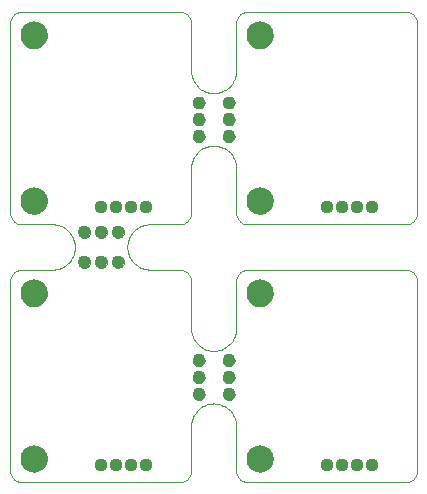
<source format=gbs>
G75*
%MOIN*%
%OFA0B0*%
%FSLAX24Y24*%
%IPPOS*%
%LPD*%
%AMOC8*
5,1,8,0,0,1.08239X$1,22.5*
%
%ADD10C,0.0000*%
%ADD11C,0.0906*%
%ADD12C,0.0434*%
%ADD13C,0.0437*%
D10*
X003149Y002980D02*
X003149Y009279D01*
X003148Y009279D02*
X003150Y009318D01*
X003156Y009356D01*
X003165Y009393D01*
X003178Y009430D01*
X003195Y009465D01*
X003214Y009498D01*
X003237Y009529D01*
X003263Y009558D01*
X003292Y009584D01*
X003323Y009607D01*
X003356Y009626D01*
X003391Y009643D01*
X003428Y009656D01*
X003465Y009665D01*
X003503Y009671D01*
X003542Y009673D01*
X003540Y009670D02*
X004560Y009670D01*
X004565Y009670D02*
X004618Y009673D01*
X004672Y009679D01*
X004724Y009689D01*
X004776Y009703D01*
X004826Y009721D01*
X004876Y009742D01*
X004923Y009767D01*
X004969Y009795D01*
X005012Y009826D01*
X005054Y009860D01*
X005092Y009897D01*
X005128Y009936D01*
X005161Y009979D01*
X005191Y010023D01*
X005218Y010069D01*
X005241Y010118D01*
X005261Y010167D01*
X005277Y010218D01*
X005290Y010270D01*
X005299Y010323D01*
X005304Y010376D01*
X005305Y010430D01*
X005421Y010930D02*
X005423Y010957D01*
X005429Y010984D01*
X005438Y011010D01*
X005451Y011034D01*
X005467Y011057D01*
X005486Y011076D01*
X005508Y011093D01*
X005532Y011107D01*
X005557Y011117D01*
X005584Y011124D01*
X005611Y011127D01*
X005639Y011126D01*
X005666Y011121D01*
X005692Y011113D01*
X005716Y011101D01*
X005739Y011085D01*
X005760Y011067D01*
X005777Y011046D01*
X005792Y011022D01*
X005803Y010997D01*
X005811Y010971D01*
X005815Y010944D01*
X005815Y010916D01*
X005811Y010889D01*
X005803Y010863D01*
X005792Y010838D01*
X005777Y010814D01*
X005760Y010793D01*
X005739Y010775D01*
X005717Y010759D01*
X005692Y010747D01*
X005666Y010739D01*
X005639Y010734D01*
X005611Y010733D01*
X005584Y010736D01*
X005557Y010743D01*
X005532Y010753D01*
X005508Y010767D01*
X005486Y010784D01*
X005467Y010803D01*
X005451Y010826D01*
X005438Y010850D01*
X005429Y010876D01*
X005423Y010903D01*
X005421Y010930D01*
X005983Y010930D02*
X005985Y010957D01*
X005991Y010984D01*
X006000Y011010D01*
X006013Y011034D01*
X006029Y011057D01*
X006048Y011076D01*
X006070Y011093D01*
X006094Y011107D01*
X006119Y011117D01*
X006146Y011124D01*
X006173Y011127D01*
X006201Y011126D01*
X006228Y011121D01*
X006254Y011113D01*
X006278Y011101D01*
X006301Y011085D01*
X006322Y011067D01*
X006339Y011046D01*
X006354Y011022D01*
X006365Y010997D01*
X006373Y010971D01*
X006377Y010944D01*
X006377Y010916D01*
X006373Y010889D01*
X006365Y010863D01*
X006354Y010838D01*
X006339Y010814D01*
X006322Y010793D01*
X006301Y010775D01*
X006279Y010759D01*
X006254Y010747D01*
X006228Y010739D01*
X006201Y010734D01*
X006173Y010733D01*
X006146Y010736D01*
X006119Y010743D01*
X006094Y010753D01*
X006070Y010767D01*
X006048Y010784D01*
X006029Y010803D01*
X006013Y010826D01*
X006000Y010850D01*
X005991Y010876D01*
X005985Y010903D01*
X005983Y010930D01*
X006546Y010930D02*
X006548Y010957D01*
X006554Y010984D01*
X006563Y011010D01*
X006576Y011034D01*
X006592Y011057D01*
X006611Y011076D01*
X006633Y011093D01*
X006657Y011107D01*
X006682Y011117D01*
X006709Y011124D01*
X006736Y011127D01*
X006764Y011126D01*
X006791Y011121D01*
X006817Y011113D01*
X006841Y011101D01*
X006864Y011085D01*
X006885Y011067D01*
X006902Y011046D01*
X006917Y011022D01*
X006928Y010997D01*
X006936Y010971D01*
X006940Y010944D01*
X006940Y010916D01*
X006936Y010889D01*
X006928Y010863D01*
X006917Y010838D01*
X006902Y010814D01*
X006885Y010793D01*
X006864Y010775D01*
X006842Y010759D01*
X006817Y010747D01*
X006791Y010739D01*
X006764Y010734D01*
X006736Y010733D01*
X006709Y010736D01*
X006682Y010743D01*
X006657Y010753D01*
X006633Y010767D01*
X006611Y010784D01*
X006592Y010803D01*
X006576Y010826D01*
X006563Y010850D01*
X006554Y010876D01*
X006548Y010903D01*
X006546Y010930D01*
X006546Y009930D02*
X006548Y009957D01*
X006554Y009984D01*
X006563Y010010D01*
X006576Y010034D01*
X006592Y010057D01*
X006611Y010076D01*
X006633Y010093D01*
X006657Y010107D01*
X006682Y010117D01*
X006709Y010124D01*
X006736Y010127D01*
X006764Y010126D01*
X006791Y010121D01*
X006817Y010113D01*
X006841Y010101D01*
X006864Y010085D01*
X006885Y010067D01*
X006902Y010046D01*
X006917Y010022D01*
X006928Y009997D01*
X006936Y009971D01*
X006940Y009944D01*
X006940Y009916D01*
X006936Y009889D01*
X006928Y009863D01*
X006917Y009838D01*
X006902Y009814D01*
X006885Y009793D01*
X006864Y009775D01*
X006842Y009759D01*
X006817Y009747D01*
X006791Y009739D01*
X006764Y009734D01*
X006736Y009733D01*
X006709Y009736D01*
X006682Y009743D01*
X006657Y009753D01*
X006633Y009767D01*
X006611Y009784D01*
X006592Y009803D01*
X006576Y009826D01*
X006563Y009850D01*
X006554Y009876D01*
X006548Y009903D01*
X006546Y009930D01*
X005983Y009930D02*
X005985Y009957D01*
X005991Y009984D01*
X006000Y010010D01*
X006013Y010034D01*
X006029Y010057D01*
X006048Y010076D01*
X006070Y010093D01*
X006094Y010107D01*
X006119Y010117D01*
X006146Y010124D01*
X006173Y010127D01*
X006201Y010126D01*
X006228Y010121D01*
X006254Y010113D01*
X006278Y010101D01*
X006301Y010085D01*
X006322Y010067D01*
X006339Y010046D01*
X006354Y010022D01*
X006365Y009997D01*
X006373Y009971D01*
X006377Y009944D01*
X006377Y009916D01*
X006373Y009889D01*
X006365Y009863D01*
X006354Y009838D01*
X006339Y009814D01*
X006322Y009793D01*
X006301Y009775D01*
X006279Y009759D01*
X006254Y009747D01*
X006228Y009739D01*
X006201Y009734D01*
X006173Y009733D01*
X006146Y009736D01*
X006119Y009743D01*
X006094Y009753D01*
X006070Y009767D01*
X006048Y009784D01*
X006029Y009803D01*
X006013Y009826D01*
X006000Y009850D01*
X005991Y009876D01*
X005985Y009903D01*
X005983Y009930D01*
X005421Y009930D02*
X005423Y009957D01*
X005429Y009984D01*
X005438Y010010D01*
X005451Y010034D01*
X005467Y010057D01*
X005486Y010076D01*
X005508Y010093D01*
X005532Y010107D01*
X005557Y010117D01*
X005584Y010124D01*
X005611Y010127D01*
X005639Y010126D01*
X005666Y010121D01*
X005692Y010113D01*
X005716Y010101D01*
X005739Y010085D01*
X005760Y010067D01*
X005777Y010046D01*
X005792Y010022D01*
X005803Y009997D01*
X005811Y009971D01*
X005815Y009944D01*
X005815Y009916D01*
X005811Y009889D01*
X005803Y009863D01*
X005792Y009838D01*
X005777Y009814D01*
X005760Y009793D01*
X005739Y009775D01*
X005717Y009759D01*
X005692Y009747D01*
X005666Y009739D01*
X005639Y009734D01*
X005611Y009733D01*
X005584Y009736D01*
X005557Y009743D01*
X005532Y009753D01*
X005508Y009767D01*
X005486Y009784D01*
X005467Y009803D01*
X005451Y009826D01*
X005438Y009850D01*
X005429Y009876D01*
X005423Y009903D01*
X005421Y009930D01*
X005305Y010430D02*
X005303Y010484D01*
X005297Y010537D01*
X005288Y010589D01*
X005275Y010641D01*
X005258Y010692D01*
X005237Y010742D01*
X005213Y010789D01*
X005186Y010835D01*
X005155Y010879D01*
X005122Y010921D01*
X005085Y010960D01*
X005046Y010997D01*
X005004Y011030D01*
X004960Y011061D01*
X004914Y011088D01*
X004867Y011112D01*
X004817Y011133D01*
X004766Y011150D01*
X004714Y011163D01*
X004662Y011172D01*
X004609Y011178D01*
X004555Y011180D01*
X004560Y011180D02*
X003540Y011180D01*
X003542Y011180D02*
X003503Y011182D01*
X003465Y011188D01*
X003428Y011197D01*
X003391Y011210D01*
X003356Y011227D01*
X003323Y011246D01*
X003292Y011269D01*
X003263Y011295D01*
X003237Y011324D01*
X003214Y011355D01*
X003195Y011388D01*
X003178Y011423D01*
X003165Y011460D01*
X003156Y011497D01*
X003150Y011535D01*
X003148Y011574D01*
X003149Y011574D02*
X003149Y017873D01*
X003148Y017873D02*
X003150Y017912D01*
X003156Y017950D01*
X003165Y017987D01*
X003178Y018024D01*
X003195Y018059D01*
X003214Y018092D01*
X003237Y018123D01*
X003263Y018152D01*
X003292Y018178D01*
X003323Y018201D01*
X003356Y018220D01*
X003391Y018237D01*
X003428Y018250D01*
X003465Y018259D01*
X003503Y018265D01*
X003542Y018267D01*
X008786Y018267D01*
X008825Y018265D01*
X008863Y018259D01*
X008900Y018250D01*
X008937Y018237D01*
X008972Y018220D01*
X009005Y018201D01*
X009036Y018178D01*
X009065Y018152D01*
X009091Y018123D01*
X009114Y018092D01*
X009133Y018059D01*
X009150Y018024D01*
X009163Y017987D01*
X009172Y017950D01*
X009178Y017912D01*
X009180Y017873D01*
X009180Y017868D02*
X009180Y016305D01*
X009182Y016251D01*
X009188Y016198D01*
X009197Y016146D01*
X009210Y016094D01*
X009227Y016043D01*
X009248Y015993D01*
X009272Y015946D01*
X009299Y015900D01*
X009330Y015856D01*
X009363Y015814D01*
X009400Y015775D01*
X009439Y015738D01*
X009481Y015705D01*
X009525Y015674D01*
X009571Y015647D01*
X009618Y015623D01*
X009668Y015602D01*
X009719Y015585D01*
X009771Y015572D01*
X009823Y015563D01*
X009876Y015557D01*
X009930Y015555D01*
X009233Y015243D02*
X009235Y015270D01*
X009241Y015297D01*
X009250Y015323D01*
X009263Y015347D01*
X009279Y015370D01*
X009298Y015389D01*
X009320Y015406D01*
X009344Y015420D01*
X009369Y015430D01*
X009396Y015437D01*
X009423Y015440D01*
X009451Y015439D01*
X009478Y015434D01*
X009504Y015426D01*
X009528Y015414D01*
X009551Y015398D01*
X009572Y015380D01*
X009589Y015359D01*
X009604Y015335D01*
X009615Y015310D01*
X009623Y015284D01*
X009627Y015257D01*
X009627Y015229D01*
X009623Y015202D01*
X009615Y015176D01*
X009604Y015151D01*
X009589Y015127D01*
X009572Y015106D01*
X009551Y015088D01*
X009529Y015072D01*
X009504Y015060D01*
X009478Y015052D01*
X009451Y015047D01*
X009423Y015046D01*
X009396Y015049D01*
X009369Y015056D01*
X009344Y015066D01*
X009320Y015080D01*
X009298Y015097D01*
X009279Y015116D01*
X009263Y015139D01*
X009250Y015163D01*
X009241Y015189D01*
X009235Y015216D01*
X009233Y015243D01*
X009233Y014680D02*
X009235Y014707D01*
X009241Y014734D01*
X009250Y014760D01*
X009263Y014784D01*
X009279Y014807D01*
X009298Y014826D01*
X009320Y014843D01*
X009344Y014857D01*
X009369Y014867D01*
X009396Y014874D01*
X009423Y014877D01*
X009451Y014876D01*
X009478Y014871D01*
X009504Y014863D01*
X009528Y014851D01*
X009551Y014835D01*
X009572Y014817D01*
X009589Y014796D01*
X009604Y014772D01*
X009615Y014747D01*
X009623Y014721D01*
X009627Y014694D01*
X009627Y014666D01*
X009623Y014639D01*
X009615Y014613D01*
X009604Y014588D01*
X009589Y014564D01*
X009572Y014543D01*
X009551Y014525D01*
X009529Y014509D01*
X009504Y014497D01*
X009478Y014489D01*
X009451Y014484D01*
X009423Y014483D01*
X009396Y014486D01*
X009369Y014493D01*
X009344Y014503D01*
X009320Y014517D01*
X009298Y014534D01*
X009279Y014553D01*
X009263Y014576D01*
X009250Y014600D01*
X009241Y014626D01*
X009235Y014653D01*
X009233Y014680D01*
X009233Y014118D02*
X009235Y014145D01*
X009241Y014172D01*
X009250Y014198D01*
X009263Y014222D01*
X009279Y014245D01*
X009298Y014264D01*
X009320Y014281D01*
X009344Y014295D01*
X009369Y014305D01*
X009396Y014312D01*
X009423Y014315D01*
X009451Y014314D01*
X009478Y014309D01*
X009504Y014301D01*
X009528Y014289D01*
X009551Y014273D01*
X009572Y014255D01*
X009589Y014234D01*
X009604Y014210D01*
X009615Y014185D01*
X009623Y014159D01*
X009627Y014132D01*
X009627Y014104D01*
X009623Y014077D01*
X009615Y014051D01*
X009604Y014026D01*
X009589Y014002D01*
X009572Y013981D01*
X009551Y013963D01*
X009529Y013947D01*
X009504Y013935D01*
X009478Y013927D01*
X009451Y013922D01*
X009423Y013921D01*
X009396Y013924D01*
X009369Y013931D01*
X009344Y013941D01*
X009320Y013955D01*
X009298Y013972D01*
X009279Y013991D01*
X009263Y014014D01*
X009250Y014038D01*
X009241Y014064D01*
X009235Y014091D01*
X009233Y014118D01*
X009180Y013055D02*
X009180Y011555D01*
X009180Y011574D02*
X009178Y011535D01*
X009172Y011497D01*
X009163Y011460D01*
X009150Y011423D01*
X009133Y011388D01*
X009114Y011355D01*
X009091Y011324D01*
X009065Y011295D01*
X009036Y011269D01*
X009005Y011246D01*
X008972Y011227D01*
X008937Y011210D01*
X008900Y011197D01*
X008863Y011188D01*
X008825Y011182D01*
X008786Y011180D01*
X008790Y011180D02*
X007800Y011180D01*
X007805Y011180D02*
X007751Y011178D01*
X007698Y011172D01*
X007646Y011163D01*
X007594Y011150D01*
X007543Y011133D01*
X007493Y011112D01*
X007446Y011088D01*
X007400Y011061D01*
X007356Y011030D01*
X007314Y010997D01*
X007275Y010960D01*
X007238Y010921D01*
X007205Y010879D01*
X007174Y010835D01*
X007147Y010789D01*
X007123Y010742D01*
X007102Y010692D01*
X007085Y010641D01*
X007072Y010589D01*
X007063Y010537D01*
X007057Y010484D01*
X007055Y010430D01*
X007057Y010376D01*
X007063Y010322D01*
X007072Y010268D01*
X007086Y010216D01*
X007103Y010164D01*
X007124Y010114D01*
X007148Y010066D01*
X007176Y010019D01*
X007207Y009975D01*
X007241Y009932D01*
X007278Y009893D01*
X007317Y009856D01*
X007360Y009822D01*
X007404Y009791D01*
X007451Y009763D01*
X007499Y009739D01*
X007549Y009718D01*
X007601Y009701D01*
X007653Y009687D01*
X007707Y009678D01*
X007761Y009672D01*
X007815Y009670D01*
X008790Y009670D01*
X008786Y009673D02*
X008825Y009671D01*
X008863Y009665D01*
X008900Y009656D01*
X008937Y009643D01*
X008972Y009626D01*
X009005Y009607D01*
X009036Y009584D01*
X009065Y009558D01*
X009091Y009529D01*
X009114Y009498D01*
X009133Y009465D01*
X009150Y009430D01*
X009163Y009393D01*
X009172Y009356D01*
X009178Y009318D01*
X009180Y009279D01*
X009180Y009274D02*
X009180Y007711D01*
X009182Y007657D01*
X009188Y007604D01*
X009197Y007552D01*
X009210Y007500D01*
X009227Y007449D01*
X009248Y007399D01*
X009272Y007352D01*
X009299Y007306D01*
X009330Y007262D01*
X009363Y007220D01*
X009400Y007181D01*
X009439Y007144D01*
X009481Y007111D01*
X009525Y007080D01*
X009571Y007053D01*
X009618Y007029D01*
X009668Y007008D01*
X009719Y006991D01*
X009771Y006978D01*
X009823Y006969D01*
X009876Y006963D01*
X009930Y006961D01*
X009233Y006649D02*
X009235Y006676D01*
X009241Y006703D01*
X009250Y006729D01*
X009263Y006753D01*
X009279Y006776D01*
X009298Y006795D01*
X009320Y006812D01*
X009344Y006826D01*
X009369Y006836D01*
X009396Y006843D01*
X009423Y006846D01*
X009451Y006845D01*
X009478Y006840D01*
X009504Y006832D01*
X009528Y006820D01*
X009551Y006804D01*
X009572Y006786D01*
X009589Y006765D01*
X009604Y006741D01*
X009615Y006716D01*
X009623Y006690D01*
X009627Y006663D01*
X009627Y006635D01*
X009623Y006608D01*
X009615Y006582D01*
X009604Y006557D01*
X009589Y006533D01*
X009572Y006512D01*
X009551Y006494D01*
X009529Y006478D01*
X009504Y006466D01*
X009478Y006458D01*
X009451Y006453D01*
X009423Y006452D01*
X009396Y006455D01*
X009369Y006462D01*
X009344Y006472D01*
X009320Y006486D01*
X009298Y006503D01*
X009279Y006522D01*
X009263Y006545D01*
X009250Y006569D01*
X009241Y006595D01*
X009235Y006622D01*
X009233Y006649D01*
X009233Y006086D02*
X009235Y006113D01*
X009241Y006140D01*
X009250Y006166D01*
X009263Y006190D01*
X009279Y006213D01*
X009298Y006232D01*
X009320Y006249D01*
X009344Y006263D01*
X009369Y006273D01*
X009396Y006280D01*
X009423Y006283D01*
X009451Y006282D01*
X009478Y006277D01*
X009504Y006269D01*
X009528Y006257D01*
X009551Y006241D01*
X009572Y006223D01*
X009589Y006202D01*
X009604Y006178D01*
X009615Y006153D01*
X009623Y006127D01*
X009627Y006100D01*
X009627Y006072D01*
X009623Y006045D01*
X009615Y006019D01*
X009604Y005994D01*
X009589Y005970D01*
X009572Y005949D01*
X009551Y005931D01*
X009529Y005915D01*
X009504Y005903D01*
X009478Y005895D01*
X009451Y005890D01*
X009423Y005889D01*
X009396Y005892D01*
X009369Y005899D01*
X009344Y005909D01*
X009320Y005923D01*
X009298Y005940D01*
X009279Y005959D01*
X009263Y005982D01*
X009250Y006006D01*
X009241Y006032D01*
X009235Y006059D01*
X009233Y006086D01*
X009233Y005524D02*
X009235Y005551D01*
X009241Y005578D01*
X009250Y005604D01*
X009263Y005628D01*
X009279Y005651D01*
X009298Y005670D01*
X009320Y005687D01*
X009344Y005701D01*
X009369Y005711D01*
X009396Y005718D01*
X009423Y005721D01*
X009451Y005720D01*
X009478Y005715D01*
X009504Y005707D01*
X009528Y005695D01*
X009551Y005679D01*
X009572Y005661D01*
X009589Y005640D01*
X009604Y005616D01*
X009615Y005591D01*
X009623Y005565D01*
X009627Y005538D01*
X009627Y005510D01*
X009623Y005483D01*
X009615Y005457D01*
X009604Y005432D01*
X009589Y005408D01*
X009572Y005387D01*
X009551Y005369D01*
X009529Y005353D01*
X009504Y005341D01*
X009478Y005333D01*
X009451Y005328D01*
X009423Y005327D01*
X009396Y005330D01*
X009369Y005337D01*
X009344Y005347D01*
X009320Y005361D01*
X009298Y005378D01*
X009279Y005397D01*
X009263Y005420D01*
X009250Y005444D01*
X009241Y005470D01*
X009235Y005497D01*
X009233Y005524D01*
X009180Y004461D02*
X009180Y002961D01*
X009180Y002980D02*
X009178Y002941D01*
X009172Y002903D01*
X009163Y002866D01*
X009150Y002829D01*
X009133Y002794D01*
X009114Y002761D01*
X009091Y002730D01*
X009065Y002701D01*
X009036Y002675D01*
X009005Y002652D01*
X008972Y002633D01*
X008937Y002616D01*
X008900Y002603D01*
X008863Y002594D01*
X008825Y002588D01*
X008786Y002586D01*
X003542Y002586D01*
X003503Y002588D01*
X003465Y002594D01*
X003428Y002603D01*
X003391Y002616D01*
X003356Y002633D01*
X003323Y002652D01*
X003292Y002675D01*
X003263Y002701D01*
X003237Y002730D01*
X003214Y002761D01*
X003195Y002794D01*
X003178Y002829D01*
X003165Y002866D01*
X003156Y002903D01*
X003150Y002941D01*
X003148Y002980D01*
X003503Y003374D02*
X003505Y003415D01*
X003511Y003456D01*
X003521Y003496D01*
X003534Y003535D01*
X003551Y003572D01*
X003572Y003608D01*
X003596Y003642D01*
X003623Y003673D01*
X003652Y003701D01*
X003685Y003727D01*
X003719Y003749D01*
X003756Y003768D01*
X003794Y003783D01*
X003834Y003795D01*
X003874Y003803D01*
X003915Y003807D01*
X003957Y003807D01*
X003998Y003803D01*
X004038Y003795D01*
X004078Y003783D01*
X004116Y003768D01*
X004152Y003749D01*
X004187Y003727D01*
X004220Y003701D01*
X004249Y003673D01*
X004276Y003642D01*
X004300Y003608D01*
X004321Y003572D01*
X004338Y003535D01*
X004351Y003496D01*
X004361Y003456D01*
X004367Y003415D01*
X004369Y003374D01*
X004367Y003333D01*
X004361Y003292D01*
X004351Y003252D01*
X004338Y003213D01*
X004321Y003176D01*
X004300Y003140D01*
X004276Y003106D01*
X004249Y003075D01*
X004220Y003047D01*
X004187Y003021D01*
X004153Y002999D01*
X004116Y002980D01*
X004078Y002965D01*
X004038Y002953D01*
X003998Y002945D01*
X003957Y002941D01*
X003915Y002941D01*
X003874Y002945D01*
X003834Y002953D01*
X003794Y002965D01*
X003756Y002980D01*
X003720Y002999D01*
X003685Y003021D01*
X003652Y003047D01*
X003623Y003075D01*
X003596Y003106D01*
X003572Y003140D01*
X003551Y003176D01*
X003534Y003213D01*
X003521Y003252D01*
X003511Y003292D01*
X003505Y003333D01*
X003503Y003374D01*
X003503Y008885D02*
X003505Y008926D01*
X003511Y008967D01*
X003521Y009007D01*
X003534Y009046D01*
X003551Y009083D01*
X003572Y009119D01*
X003596Y009153D01*
X003623Y009184D01*
X003652Y009212D01*
X003685Y009238D01*
X003719Y009260D01*
X003756Y009279D01*
X003794Y009294D01*
X003834Y009306D01*
X003874Y009314D01*
X003915Y009318D01*
X003957Y009318D01*
X003998Y009314D01*
X004038Y009306D01*
X004078Y009294D01*
X004116Y009279D01*
X004152Y009260D01*
X004187Y009238D01*
X004220Y009212D01*
X004249Y009184D01*
X004276Y009153D01*
X004300Y009119D01*
X004321Y009083D01*
X004338Y009046D01*
X004351Y009007D01*
X004361Y008967D01*
X004367Y008926D01*
X004369Y008885D01*
X004367Y008844D01*
X004361Y008803D01*
X004351Y008763D01*
X004338Y008724D01*
X004321Y008687D01*
X004300Y008651D01*
X004276Y008617D01*
X004249Y008586D01*
X004220Y008558D01*
X004187Y008532D01*
X004153Y008510D01*
X004116Y008491D01*
X004078Y008476D01*
X004038Y008464D01*
X003998Y008456D01*
X003957Y008452D01*
X003915Y008452D01*
X003874Y008456D01*
X003834Y008464D01*
X003794Y008476D01*
X003756Y008491D01*
X003720Y008510D01*
X003685Y008532D01*
X003652Y008558D01*
X003623Y008586D01*
X003596Y008617D01*
X003572Y008651D01*
X003551Y008687D01*
X003534Y008724D01*
X003521Y008763D01*
X003511Y008803D01*
X003505Y008844D01*
X003503Y008885D01*
X003503Y011967D02*
X003505Y012008D01*
X003511Y012049D01*
X003521Y012089D01*
X003534Y012128D01*
X003551Y012165D01*
X003572Y012201D01*
X003596Y012235D01*
X003623Y012266D01*
X003652Y012294D01*
X003685Y012320D01*
X003719Y012342D01*
X003756Y012361D01*
X003794Y012376D01*
X003834Y012388D01*
X003874Y012396D01*
X003915Y012400D01*
X003957Y012400D01*
X003998Y012396D01*
X004038Y012388D01*
X004078Y012376D01*
X004116Y012361D01*
X004152Y012342D01*
X004187Y012320D01*
X004220Y012294D01*
X004249Y012266D01*
X004276Y012235D01*
X004300Y012201D01*
X004321Y012165D01*
X004338Y012128D01*
X004351Y012089D01*
X004361Y012049D01*
X004367Y012008D01*
X004369Y011967D01*
X004367Y011926D01*
X004361Y011885D01*
X004351Y011845D01*
X004338Y011806D01*
X004321Y011769D01*
X004300Y011733D01*
X004276Y011699D01*
X004249Y011668D01*
X004220Y011640D01*
X004187Y011614D01*
X004153Y011592D01*
X004116Y011573D01*
X004078Y011558D01*
X004038Y011546D01*
X003998Y011538D01*
X003957Y011534D01*
X003915Y011534D01*
X003874Y011538D01*
X003834Y011546D01*
X003794Y011558D01*
X003756Y011573D01*
X003720Y011592D01*
X003685Y011614D01*
X003652Y011640D01*
X003623Y011668D01*
X003596Y011699D01*
X003572Y011733D01*
X003551Y011769D01*
X003534Y011806D01*
X003521Y011845D01*
X003511Y011885D01*
X003505Y011926D01*
X003503Y011967D01*
X007810Y009670D02*
X007815Y009670D01*
X009930Y006961D02*
X009984Y006963D01*
X010037Y006969D01*
X010089Y006978D01*
X010141Y006991D01*
X010192Y007008D01*
X010242Y007029D01*
X010289Y007053D01*
X010335Y007080D01*
X010379Y007111D01*
X010421Y007144D01*
X010460Y007181D01*
X010497Y007220D01*
X010530Y007262D01*
X010561Y007306D01*
X010588Y007352D01*
X010612Y007399D01*
X010633Y007449D01*
X010650Y007500D01*
X010663Y007552D01*
X010672Y007604D01*
X010678Y007657D01*
X010680Y007711D01*
X010680Y009279D01*
X010682Y009318D01*
X010688Y009356D01*
X010697Y009393D01*
X010710Y009430D01*
X010727Y009465D01*
X010746Y009498D01*
X010769Y009529D01*
X010795Y009558D01*
X010824Y009584D01*
X010855Y009607D01*
X010888Y009626D01*
X010923Y009643D01*
X010960Y009656D01*
X010997Y009665D01*
X011035Y009671D01*
X011074Y009673D01*
X016317Y009673D01*
X016356Y009671D01*
X016394Y009665D01*
X016431Y009656D01*
X016468Y009643D01*
X016503Y009626D01*
X016536Y009607D01*
X016567Y009584D01*
X016596Y009558D01*
X016622Y009529D01*
X016645Y009498D01*
X016664Y009465D01*
X016681Y009430D01*
X016694Y009393D01*
X016703Y009356D01*
X016709Y009318D01*
X016711Y009279D01*
X016711Y002980D01*
X016709Y002941D01*
X016703Y002903D01*
X016694Y002866D01*
X016681Y002829D01*
X016664Y002794D01*
X016645Y002761D01*
X016622Y002730D01*
X016596Y002701D01*
X016567Y002675D01*
X016536Y002652D01*
X016503Y002633D01*
X016468Y002616D01*
X016431Y002603D01*
X016394Y002594D01*
X016356Y002588D01*
X016317Y002586D01*
X011074Y002586D01*
X011035Y002588D01*
X010997Y002594D01*
X010960Y002603D01*
X010923Y002616D01*
X010888Y002633D01*
X010855Y002652D01*
X010824Y002675D01*
X010795Y002701D01*
X010769Y002730D01*
X010746Y002761D01*
X010727Y002794D01*
X010710Y002829D01*
X010697Y002866D01*
X010688Y002903D01*
X010682Y002941D01*
X010680Y002980D01*
X010680Y004461D01*
X009930Y005211D02*
X009876Y005209D01*
X009823Y005203D01*
X009771Y005194D01*
X009719Y005181D01*
X009668Y005164D01*
X009618Y005143D01*
X009571Y005119D01*
X009525Y005092D01*
X009481Y005061D01*
X009439Y005028D01*
X009400Y004991D01*
X009363Y004952D01*
X009330Y004910D01*
X009299Y004866D01*
X009272Y004820D01*
X009248Y004773D01*
X009227Y004723D01*
X009210Y004672D01*
X009197Y004620D01*
X009188Y004568D01*
X009182Y004515D01*
X009180Y004461D01*
X009930Y005211D02*
X009984Y005209D01*
X010037Y005203D01*
X010089Y005194D01*
X010141Y005181D01*
X010192Y005164D01*
X010242Y005143D01*
X010289Y005119D01*
X010335Y005092D01*
X010379Y005061D01*
X010421Y005028D01*
X010460Y004991D01*
X010497Y004952D01*
X010530Y004910D01*
X010561Y004866D01*
X010588Y004820D01*
X010612Y004773D01*
X010633Y004723D01*
X010650Y004672D01*
X010663Y004620D01*
X010672Y004568D01*
X010678Y004515D01*
X010680Y004461D01*
X010233Y005524D02*
X010235Y005551D01*
X010241Y005578D01*
X010250Y005604D01*
X010263Y005628D01*
X010279Y005651D01*
X010298Y005670D01*
X010320Y005687D01*
X010344Y005701D01*
X010369Y005711D01*
X010396Y005718D01*
X010423Y005721D01*
X010451Y005720D01*
X010478Y005715D01*
X010504Y005707D01*
X010528Y005695D01*
X010551Y005679D01*
X010572Y005661D01*
X010589Y005640D01*
X010604Y005616D01*
X010615Y005591D01*
X010623Y005565D01*
X010627Y005538D01*
X010627Y005510D01*
X010623Y005483D01*
X010615Y005457D01*
X010604Y005432D01*
X010589Y005408D01*
X010572Y005387D01*
X010551Y005369D01*
X010529Y005353D01*
X010504Y005341D01*
X010478Y005333D01*
X010451Y005328D01*
X010423Y005327D01*
X010396Y005330D01*
X010369Y005337D01*
X010344Y005347D01*
X010320Y005361D01*
X010298Y005378D01*
X010279Y005397D01*
X010263Y005420D01*
X010250Y005444D01*
X010241Y005470D01*
X010235Y005497D01*
X010233Y005524D01*
X010233Y006086D02*
X010235Y006113D01*
X010241Y006140D01*
X010250Y006166D01*
X010263Y006190D01*
X010279Y006213D01*
X010298Y006232D01*
X010320Y006249D01*
X010344Y006263D01*
X010369Y006273D01*
X010396Y006280D01*
X010423Y006283D01*
X010451Y006282D01*
X010478Y006277D01*
X010504Y006269D01*
X010528Y006257D01*
X010551Y006241D01*
X010572Y006223D01*
X010589Y006202D01*
X010604Y006178D01*
X010615Y006153D01*
X010623Y006127D01*
X010627Y006100D01*
X010627Y006072D01*
X010623Y006045D01*
X010615Y006019D01*
X010604Y005994D01*
X010589Y005970D01*
X010572Y005949D01*
X010551Y005931D01*
X010529Y005915D01*
X010504Y005903D01*
X010478Y005895D01*
X010451Y005890D01*
X010423Y005889D01*
X010396Y005892D01*
X010369Y005899D01*
X010344Y005909D01*
X010320Y005923D01*
X010298Y005940D01*
X010279Y005959D01*
X010263Y005982D01*
X010250Y006006D01*
X010241Y006032D01*
X010235Y006059D01*
X010233Y006086D01*
X010233Y006649D02*
X010235Y006676D01*
X010241Y006703D01*
X010250Y006729D01*
X010263Y006753D01*
X010279Y006776D01*
X010298Y006795D01*
X010320Y006812D01*
X010344Y006826D01*
X010369Y006836D01*
X010396Y006843D01*
X010423Y006846D01*
X010451Y006845D01*
X010478Y006840D01*
X010504Y006832D01*
X010528Y006820D01*
X010551Y006804D01*
X010572Y006786D01*
X010589Y006765D01*
X010604Y006741D01*
X010615Y006716D01*
X010623Y006690D01*
X010627Y006663D01*
X010627Y006635D01*
X010623Y006608D01*
X010615Y006582D01*
X010604Y006557D01*
X010589Y006533D01*
X010572Y006512D01*
X010551Y006494D01*
X010529Y006478D01*
X010504Y006466D01*
X010478Y006458D01*
X010451Y006453D01*
X010423Y006452D01*
X010396Y006455D01*
X010369Y006462D01*
X010344Y006472D01*
X010320Y006486D01*
X010298Y006503D01*
X010279Y006522D01*
X010263Y006545D01*
X010250Y006569D01*
X010241Y006595D01*
X010235Y006622D01*
X010233Y006649D01*
X011034Y008885D02*
X011036Y008926D01*
X011042Y008967D01*
X011052Y009007D01*
X011065Y009046D01*
X011082Y009083D01*
X011103Y009119D01*
X011127Y009153D01*
X011154Y009184D01*
X011183Y009212D01*
X011216Y009238D01*
X011250Y009260D01*
X011287Y009279D01*
X011325Y009294D01*
X011365Y009306D01*
X011405Y009314D01*
X011446Y009318D01*
X011488Y009318D01*
X011529Y009314D01*
X011569Y009306D01*
X011609Y009294D01*
X011647Y009279D01*
X011683Y009260D01*
X011718Y009238D01*
X011751Y009212D01*
X011780Y009184D01*
X011807Y009153D01*
X011831Y009119D01*
X011852Y009083D01*
X011869Y009046D01*
X011882Y009007D01*
X011892Y008967D01*
X011898Y008926D01*
X011900Y008885D01*
X011898Y008844D01*
X011892Y008803D01*
X011882Y008763D01*
X011869Y008724D01*
X011852Y008687D01*
X011831Y008651D01*
X011807Y008617D01*
X011780Y008586D01*
X011751Y008558D01*
X011718Y008532D01*
X011684Y008510D01*
X011647Y008491D01*
X011609Y008476D01*
X011569Y008464D01*
X011529Y008456D01*
X011488Y008452D01*
X011446Y008452D01*
X011405Y008456D01*
X011365Y008464D01*
X011325Y008476D01*
X011287Y008491D01*
X011251Y008510D01*
X011216Y008532D01*
X011183Y008558D01*
X011154Y008586D01*
X011127Y008617D01*
X011103Y008651D01*
X011082Y008687D01*
X011065Y008724D01*
X011052Y008763D01*
X011042Y008803D01*
X011036Y008844D01*
X011034Y008885D01*
X011074Y011180D02*
X016317Y011180D01*
X016356Y011182D01*
X016394Y011188D01*
X016431Y011197D01*
X016468Y011210D01*
X016503Y011227D01*
X016536Y011246D01*
X016567Y011269D01*
X016596Y011295D01*
X016622Y011324D01*
X016645Y011355D01*
X016664Y011388D01*
X016681Y011423D01*
X016694Y011460D01*
X016703Y011497D01*
X016709Y011535D01*
X016711Y011574D01*
X016711Y017873D01*
X016709Y017912D01*
X016703Y017950D01*
X016694Y017987D01*
X016681Y018024D01*
X016664Y018059D01*
X016645Y018092D01*
X016622Y018123D01*
X016596Y018152D01*
X016567Y018178D01*
X016536Y018201D01*
X016503Y018220D01*
X016468Y018237D01*
X016431Y018250D01*
X016394Y018259D01*
X016356Y018265D01*
X016317Y018267D01*
X011074Y018267D01*
X011035Y018265D01*
X010997Y018259D01*
X010960Y018250D01*
X010923Y018237D01*
X010888Y018220D01*
X010855Y018201D01*
X010824Y018178D01*
X010795Y018152D01*
X010769Y018123D01*
X010746Y018092D01*
X010727Y018059D01*
X010710Y018024D01*
X010697Y017987D01*
X010688Y017950D01*
X010682Y017912D01*
X010680Y017873D01*
X010680Y016305D01*
X010678Y016251D01*
X010672Y016198D01*
X010663Y016146D01*
X010650Y016094D01*
X010633Y016043D01*
X010612Y015993D01*
X010588Y015946D01*
X010561Y015900D01*
X010530Y015856D01*
X010497Y015814D01*
X010460Y015775D01*
X010421Y015738D01*
X010379Y015705D01*
X010335Y015674D01*
X010289Y015647D01*
X010242Y015623D01*
X010192Y015602D01*
X010141Y015585D01*
X010089Y015572D01*
X010037Y015563D01*
X009984Y015557D01*
X009930Y015555D01*
X010233Y015243D02*
X010235Y015270D01*
X010241Y015297D01*
X010250Y015323D01*
X010263Y015347D01*
X010279Y015370D01*
X010298Y015389D01*
X010320Y015406D01*
X010344Y015420D01*
X010369Y015430D01*
X010396Y015437D01*
X010423Y015440D01*
X010451Y015439D01*
X010478Y015434D01*
X010504Y015426D01*
X010528Y015414D01*
X010551Y015398D01*
X010572Y015380D01*
X010589Y015359D01*
X010604Y015335D01*
X010615Y015310D01*
X010623Y015284D01*
X010627Y015257D01*
X010627Y015229D01*
X010623Y015202D01*
X010615Y015176D01*
X010604Y015151D01*
X010589Y015127D01*
X010572Y015106D01*
X010551Y015088D01*
X010529Y015072D01*
X010504Y015060D01*
X010478Y015052D01*
X010451Y015047D01*
X010423Y015046D01*
X010396Y015049D01*
X010369Y015056D01*
X010344Y015066D01*
X010320Y015080D01*
X010298Y015097D01*
X010279Y015116D01*
X010263Y015139D01*
X010250Y015163D01*
X010241Y015189D01*
X010235Y015216D01*
X010233Y015243D01*
X010233Y014680D02*
X010235Y014707D01*
X010241Y014734D01*
X010250Y014760D01*
X010263Y014784D01*
X010279Y014807D01*
X010298Y014826D01*
X010320Y014843D01*
X010344Y014857D01*
X010369Y014867D01*
X010396Y014874D01*
X010423Y014877D01*
X010451Y014876D01*
X010478Y014871D01*
X010504Y014863D01*
X010528Y014851D01*
X010551Y014835D01*
X010572Y014817D01*
X010589Y014796D01*
X010604Y014772D01*
X010615Y014747D01*
X010623Y014721D01*
X010627Y014694D01*
X010627Y014666D01*
X010623Y014639D01*
X010615Y014613D01*
X010604Y014588D01*
X010589Y014564D01*
X010572Y014543D01*
X010551Y014525D01*
X010529Y014509D01*
X010504Y014497D01*
X010478Y014489D01*
X010451Y014484D01*
X010423Y014483D01*
X010396Y014486D01*
X010369Y014493D01*
X010344Y014503D01*
X010320Y014517D01*
X010298Y014534D01*
X010279Y014553D01*
X010263Y014576D01*
X010250Y014600D01*
X010241Y014626D01*
X010235Y014653D01*
X010233Y014680D01*
X010233Y014118D02*
X010235Y014145D01*
X010241Y014172D01*
X010250Y014198D01*
X010263Y014222D01*
X010279Y014245D01*
X010298Y014264D01*
X010320Y014281D01*
X010344Y014295D01*
X010369Y014305D01*
X010396Y014312D01*
X010423Y014315D01*
X010451Y014314D01*
X010478Y014309D01*
X010504Y014301D01*
X010528Y014289D01*
X010551Y014273D01*
X010572Y014255D01*
X010589Y014234D01*
X010604Y014210D01*
X010615Y014185D01*
X010623Y014159D01*
X010627Y014132D01*
X010627Y014104D01*
X010623Y014077D01*
X010615Y014051D01*
X010604Y014026D01*
X010589Y014002D01*
X010572Y013981D01*
X010551Y013963D01*
X010529Y013947D01*
X010504Y013935D01*
X010478Y013927D01*
X010451Y013922D01*
X010423Y013921D01*
X010396Y013924D01*
X010369Y013931D01*
X010344Y013941D01*
X010320Y013955D01*
X010298Y013972D01*
X010279Y013991D01*
X010263Y014014D01*
X010250Y014038D01*
X010241Y014064D01*
X010235Y014091D01*
X010233Y014118D01*
X009930Y013805D02*
X009876Y013803D01*
X009823Y013797D01*
X009771Y013788D01*
X009719Y013775D01*
X009668Y013758D01*
X009618Y013737D01*
X009571Y013713D01*
X009525Y013686D01*
X009481Y013655D01*
X009439Y013622D01*
X009400Y013585D01*
X009363Y013546D01*
X009330Y013504D01*
X009299Y013460D01*
X009272Y013414D01*
X009248Y013367D01*
X009227Y013317D01*
X009210Y013266D01*
X009197Y013214D01*
X009188Y013162D01*
X009182Y013109D01*
X009180Y013055D01*
X009930Y013805D02*
X009984Y013803D01*
X010037Y013797D01*
X010089Y013788D01*
X010141Y013775D01*
X010192Y013758D01*
X010242Y013737D01*
X010289Y013713D01*
X010335Y013686D01*
X010379Y013655D01*
X010421Y013622D01*
X010460Y013585D01*
X010497Y013546D01*
X010530Y013504D01*
X010561Y013460D01*
X010588Y013414D01*
X010612Y013367D01*
X010633Y013317D01*
X010650Y013266D01*
X010663Y013214D01*
X010672Y013162D01*
X010678Y013109D01*
X010680Y013055D01*
X010680Y011574D01*
X010682Y011535D01*
X010688Y011497D01*
X010697Y011460D01*
X010710Y011423D01*
X010727Y011388D01*
X010746Y011355D01*
X010769Y011324D01*
X010795Y011295D01*
X010824Y011269D01*
X010855Y011246D01*
X010888Y011227D01*
X010923Y011210D01*
X010960Y011197D01*
X010997Y011188D01*
X011035Y011182D01*
X011074Y011180D01*
X011034Y011967D02*
X011036Y012008D01*
X011042Y012049D01*
X011052Y012089D01*
X011065Y012128D01*
X011082Y012165D01*
X011103Y012201D01*
X011127Y012235D01*
X011154Y012266D01*
X011183Y012294D01*
X011216Y012320D01*
X011250Y012342D01*
X011287Y012361D01*
X011325Y012376D01*
X011365Y012388D01*
X011405Y012396D01*
X011446Y012400D01*
X011488Y012400D01*
X011529Y012396D01*
X011569Y012388D01*
X011609Y012376D01*
X011647Y012361D01*
X011683Y012342D01*
X011718Y012320D01*
X011751Y012294D01*
X011780Y012266D01*
X011807Y012235D01*
X011831Y012201D01*
X011852Y012165D01*
X011869Y012128D01*
X011882Y012089D01*
X011892Y012049D01*
X011898Y012008D01*
X011900Y011967D01*
X011898Y011926D01*
X011892Y011885D01*
X011882Y011845D01*
X011869Y011806D01*
X011852Y011769D01*
X011831Y011733D01*
X011807Y011699D01*
X011780Y011668D01*
X011751Y011640D01*
X011718Y011614D01*
X011684Y011592D01*
X011647Y011573D01*
X011609Y011558D01*
X011569Y011546D01*
X011529Y011538D01*
X011488Y011534D01*
X011446Y011534D01*
X011405Y011538D01*
X011365Y011546D01*
X011325Y011558D01*
X011287Y011573D01*
X011251Y011592D01*
X011216Y011614D01*
X011183Y011640D01*
X011154Y011668D01*
X011127Y011699D01*
X011103Y011733D01*
X011082Y011769D01*
X011065Y011806D01*
X011052Y011845D01*
X011042Y011885D01*
X011036Y011926D01*
X011034Y011967D01*
X011034Y017479D02*
X011036Y017520D01*
X011042Y017561D01*
X011052Y017601D01*
X011065Y017640D01*
X011082Y017677D01*
X011103Y017713D01*
X011127Y017747D01*
X011154Y017778D01*
X011183Y017806D01*
X011216Y017832D01*
X011250Y017854D01*
X011287Y017873D01*
X011325Y017888D01*
X011365Y017900D01*
X011405Y017908D01*
X011446Y017912D01*
X011488Y017912D01*
X011529Y017908D01*
X011569Y017900D01*
X011609Y017888D01*
X011647Y017873D01*
X011683Y017854D01*
X011718Y017832D01*
X011751Y017806D01*
X011780Y017778D01*
X011807Y017747D01*
X011831Y017713D01*
X011852Y017677D01*
X011869Y017640D01*
X011882Y017601D01*
X011892Y017561D01*
X011898Y017520D01*
X011900Y017479D01*
X011898Y017438D01*
X011892Y017397D01*
X011882Y017357D01*
X011869Y017318D01*
X011852Y017281D01*
X011831Y017245D01*
X011807Y017211D01*
X011780Y017180D01*
X011751Y017152D01*
X011718Y017126D01*
X011684Y017104D01*
X011647Y017085D01*
X011609Y017070D01*
X011569Y017058D01*
X011529Y017050D01*
X011488Y017046D01*
X011446Y017046D01*
X011405Y017050D01*
X011365Y017058D01*
X011325Y017070D01*
X011287Y017085D01*
X011251Y017104D01*
X011216Y017126D01*
X011183Y017152D01*
X011154Y017180D01*
X011127Y017211D01*
X011103Y017245D01*
X011082Y017281D01*
X011065Y017318D01*
X011052Y017357D01*
X011042Y017397D01*
X011036Y017438D01*
X011034Y017479D01*
X003503Y017479D02*
X003505Y017520D01*
X003511Y017561D01*
X003521Y017601D01*
X003534Y017640D01*
X003551Y017677D01*
X003572Y017713D01*
X003596Y017747D01*
X003623Y017778D01*
X003652Y017806D01*
X003685Y017832D01*
X003719Y017854D01*
X003756Y017873D01*
X003794Y017888D01*
X003834Y017900D01*
X003874Y017908D01*
X003915Y017912D01*
X003957Y017912D01*
X003998Y017908D01*
X004038Y017900D01*
X004078Y017888D01*
X004116Y017873D01*
X004152Y017854D01*
X004187Y017832D01*
X004220Y017806D01*
X004249Y017778D01*
X004276Y017747D01*
X004300Y017713D01*
X004321Y017677D01*
X004338Y017640D01*
X004351Y017601D01*
X004361Y017561D01*
X004367Y017520D01*
X004369Y017479D01*
X004367Y017438D01*
X004361Y017397D01*
X004351Y017357D01*
X004338Y017318D01*
X004321Y017281D01*
X004300Y017245D01*
X004276Y017211D01*
X004249Y017180D01*
X004220Y017152D01*
X004187Y017126D01*
X004153Y017104D01*
X004116Y017085D01*
X004078Y017070D01*
X004038Y017058D01*
X003998Y017050D01*
X003957Y017046D01*
X003915Y017046D01*
X003874Y017050D01*
X003834Y017058D01*
X003794Y017070D01*
X003756Y017085D01*
X003720Y017104D01*
X003685Y017126D01*
X003652Y017152D01*
X003623Y017180D01*
X003596Y017211D01*
X003572Y017245D01*
X003551Y017281D01*
X003534Y017318D01*
X003521Y017357D01*
X003511Y017397D01*
X003505Y017438D01*
X003503Y017479D01*
X011034Y003374D02*
X011036Y003415D01*
X011042Y003456D01*
X011052Y003496D01*
X011065Y003535D01*
X011082Y003572D01*
X011103Y003608D01*
X011127Y003642D01*
X011154Y003673D01*
X011183Y003701D01*
X011216Y003727D01*
X011250Y003749D01*
X011287Y003768D01*
X011325Y003783D01*
X011365Y003795D01*
X011405Y003803D01*
X011446Y003807D01*
X011488Y003807D01*
X011529Y003803D01*
X011569Y003795D01*
X011609Y003783D01*
X011647Y003768D01*
X011683Y003749D01*
X011718Y003727D01*
X011751Y003701D01*
X011780Y003673D01*
X011807Y003642D01*
X011831Y003608D01*
X011852Y003572D01*
X011869Y003535D01*
X011882Y003496D01*
X011892Y003456D01*
X011898Y003415D01*
X011900Y003374D01*
X011898Y003333D01*
X011892Y003292D01*
X011882Y003252D01*
X011869Y003213D01*
X011852Y003176D01*
X011831Y003140D01*
X011807Y003106D01*
X011780Y003075D01*
X011751Y003047D01*
X011718Y003021D01*
X011684Y002999D01*
X011647Y002980D01*
X011609Y002965D01*
X011569Y002953D01*
X011529Y002945D01*
X011488Y002941D01*
X011446Y002941D01*
X011405Y002945D01*
X011365Y002953D01*
X011325Y002965D01*
X011287Y002980D01*
X011251Y002999D01*
X011216Y003021D01*
X011183Y003047D01*
X011154Y003075D01*
X011127Y003106D01*
X011103Y003140D01*
X011082Y003176D01*
X011065Y003213D01*
X011052Y003252D01*
X011042Y003292D01*
X011036Y003333D01*
X011034Y003374D01*
D11*
X011467Y003374D03*
X011467Y008885D03*
X011467Y011967D03*
X011467Y017479D03*
X003936Y017479D03*
X003936Y011967D03*
X003936Y008885D03*
X003936Y003374D03*
D12*
X009430Y005524D03*
X009430Y006086D03*
X009430Y006649D03*
X010430Y006649D03*
X010430Y006086D03*
X010430Y005524D03*
X006743Y009930D03*
X006180Y009930D03*
X005618Y009930D03*
X005618Y010930D03*
X006180Y010930D03*
X006743Y010930D03*
X009430Y014118D03*
X009430Y014680D03*
X009430Y015243D03*
X010430Y015243D03*
X010430Y014680D03*
X010430Y014118D03*
D13*
X007668Y011759D03*
X007176Y011759D03*
X006684Y011759D03*
X006192Y011759D03*
X013723Y011759D03*
X014215Y011759D03*
X014707Y011759D03*
X015199Y011759D03*
X015199Y003165D03*
X014707Y003165D03*
X014215Y003165D03*
X013723Y003165D03*
X007668Y003165D03*
X007176Y003165D03*
X006684Y003165D03*
X006192Y003165D03*
M02*

</source>
